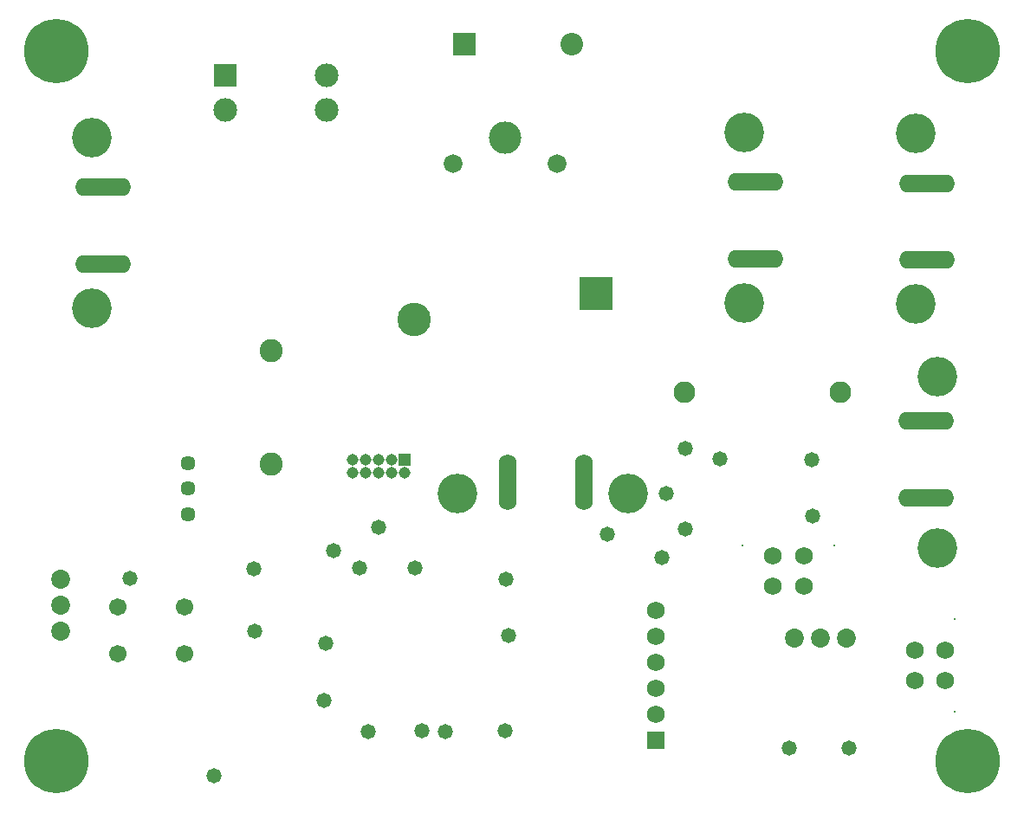
<source format=gbr>
%FSTAX23Y23*%
%MOIN*%
%SFA1B1*%

%IPPOS*%
%ADD75C,0.083000*%
%ADD79C,0.068000*%
%ADD80C,0.008000*%
%ADD81R,0.069000X0.069000*%
%ADD82C,0.069000*%
%ADD83O,0.215000X0.068000*%
%ADD84C,0.152000*%
%ADD85O,0.068000X0.215000*%
%ADD86C,0.087000*%
%ADD87R,0.087000X0.087000*%
%ADD88C,0.089000*%
%ADD89C,0.091000*%
%ADD90R,0.091000X0.091000*%
%ADD91C,0.045000*%
%ADD92R,0.045000X0.045000*%
%ADD93C,0.067000*%
%ADD94C,0.073000*%
%ADD95C,0.057000*%
%ADD96C,0.248000*%
%ADD97C,0.072000*%
%ADD98C,0.129000*%
%ADD99C,0.125000*%
%ADD100R,0.125000X0.125000*%
%ADD101C,0.058000*%
%LNbatt_man_rev2_soldermask_bot-1*%
%LPD*%
G54D75*
X02565Y0203D03*
X03165D03*
G54D79*
X03569Y00921D03*
X03451D03*
X03569Y01039D03*
X03451D03*
X03025Y01403D03*
Y01285D03*
X02907Y01403D03*
Y01285D03*
G54D80*
X03606Y00803D03*
Y01157D03*
X03143Y0144D03*
X02789D03*
G54D81*
X02455Y0069D03*
G54D82*
X02455Y0079D03*
Y0089D03*
Y0099D03*
Y0109D03*
Y0119D03*
G54D83*
X03495Y01625D03*
Y0192D03*
X0033Y0282D03*
Y02525D03*
X035Y02835D03*
Y0254D03*
X0284Y0284D03*
Y02545D03*
G54D84*
X0354Y01432D03*
Y0209D03*
X01692Y0164D03*
X0235D03*
X00285Y03013D03*
Y02355D03*
X03455Y03028D03*
Y0237D03*
X02795Y03033D03*
Y02375D03*
G54D85*
X01885Y01685D03*
X0218D03*
G54D86*
X02131Y0337D03*
G54D87*
X01719Y0337D03*
G54D88*
X00975Y02193D03*
Y01755D03*
G54D89*
X008Y03118D03*
X0119D03*
Y03252D03*
G54D90*
X008Y03252D03*
G54D91*
X0129Y0172D03*
X0134D03*
X0139D03*
X0144D03*
X0149D03*
X0129Y0177D03*
X0134D03*
X0139D03*
X0144D03*
G54D92*
X0149Y0177D03*
G54D93*
X00385Y01204D03*
X00641D03*
X00385Y01026D03*
X00641D03*
G54D94*
X00165Y0131D03*
Y0121D03*
Y0111D03*
X0299Y01085D03*
X0309D03*
X0319D03*
G54D95*
X00654Y01758D03*
Y0166D03*
Y01562D03*
G54D96*
X0015Y03345D03*
Y0061D03*
X03655Y03345D03*
Y0061D03*
G54D97*
X02075Y0291D03*
X01675D03*
G54D98*
X01525Y0231D03*
G54D99*
X01875Y0301D03*
G54D100*
X02225Y0241D03*
G54D101*
X0091Y0135D03*
X00912Y01111D03*
X00755Y00555D03*
X032Y0066D03*
X0297D03*
X01215Y0142D03*
X0118Y00845D03*
X01185Y01065D03*
X0227Y01485D03*
X01389Y0151D03*
X03055Y0177D03*
X00433Y01315D03*
X0306Y01555D03*
X0189Y01095D03*
X0188Y0131D03*
X01315Y01355D03*
X0153D03*
X0135Y00724D03*
X01555Y00727D03*
X01875Y00728D03*
X01645Y00724D03*
X02495Y0164D03*
X0248Y01395D03*
X02701Y01775D03*
X02568Y01505D03*
Y01815D03*
M02*
</source>
